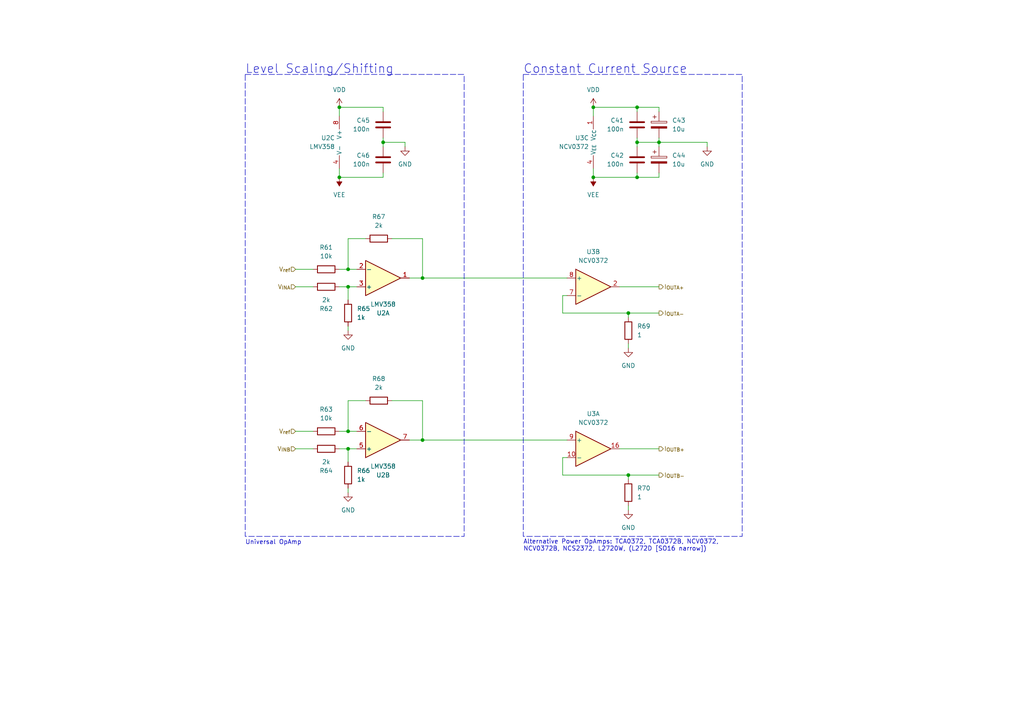
<source format=kicad_sch>
(kicad_sch (version 20230121) (generator eeschema)
  (paper "A4")
  (title_block (title "Voltage-to-Current (V-I) Converter") (date "2023-06-29") (rev "1") (company "ETH Zürich") (comment 1 "Maximilian Stabel"))
  (lib_symbols
    (symbol "32-channel_current_source:TCA0372" (pin_names (offset 0.127))
      (property "Reference" "U" (at 0 5.08 0))
      (property "Value" "TCA0372" (at 0 -5.08 0))
      (symbol "TCA0372_1_1"
        (polyline (pts (xy -5.08 5.08) (xy 5.08 0) (xy -5.08 -5.08) (xy -5.08 5.08)) (stroke (width 0.254)) (fill (type background)))
        (pin input line (at -7.62 -2.54 0) (length 2.54) (name "-") (number "10"))
        (pin output line (at 7.62 0 180) (length 2.54) (name "~") (number "16"))
        (pin input line (at -7.62 2.54 0) (length 2.54) (name "+") (number "9"))
      )
      (symbol "TCA0372_2_1"
        (polyline (pts (xy -5.08 5.08) (xy 5.08 0) (xy -5.08 -5.08) (xy -5.08 5.08)) (stroke (width 0.254)) (fill (type background)))
        (pin output line (at 7.62 0 180) (length 2.54) (name "~") (number "2"))
        (pin input line (at -7.62 -2.54 0) (length 2.54) (name "-") (number "7"))
        (pin input line (at -7.62 2.54 0) (length 2.54) (name "+") (number "8"))
      )
      (symbol "TCA0372_3_1"
        (pin power_in line (at -2.54 7.62 270) (length 3.81) (name "V_{CC}") (number "1"))
        (pin no_connect line (at -5.08 -7.62 90) (length 2.54) hide (name "NC") (number "11"))
        (pin no_connect line (at 0 -7.62 90) (length 2.54) hide (name "NC") (number "14"))
        (pin no_connect line (at -7.62 -7.62 90) (length 2.54) hide (name "NC") (number "15"))
        (pin no_connect line (at -10.16 -7.62 90) (length 2.54) hide (name "NC") (number "3"))
        (pin power_in line (at -2.54 -7.62 90) (length 3.81) (name "V_{EE}") (number "4"))
        (pin no_connect line (at 2.54 -7.62 90) (length 2.54) hide (name "NC") (number "6"))
      )
    )
    (symbol "Amplifier_Operational:LMV358" (pin_names (offset 0.127))
      (property "Reference" "U" (at 0 5.08 0))
      (property "Value" "LMV358" (at 0 -5.08 0))
      (symbol "LMV358_1_1"
        (polyline (pts (xy -5.08 5.08) (xy 5.08 0) (xy -5.08 -5.08) (xy -5.08 5.08)) (stroke (width 0.254)) (fill (type background)))
        (pin output line (at 7.62 0 180) (length 2.54) (name "~") (number "1"))
        (pin input line (at -7.62 -2.54 0) (length 2.54) (name "-") (number "2"))
        (pin input line (at -7.62 2.54 0) (length 2.54) (name "+") (number "3"))
      )
      (symbol "LMV358_2_1"
        (polyline (pts (xy -5.08 5.08) (xy 5.08 0) (xy -5.08 -5.08) (xy -5.08 5.08)) (stroke (width 0.254)) (fill (type background)))
        (pin input line (at -7.62 2.54 0) (length 2.54) (name "+") (number "5"))
        (pin input line (at -7.62 -2.54 0) (length 2.54) (name "-") (number "6"))
        (pin output line (at 7.62 0 180) (length 2.54) (name "~") (number "7"))
      )
      (symbol "LMV358_3_1"
        (pin power_in line (at -2.54 -7.62 90) (length 3.81) (name "V-") (number "4"))
        (pin power_in line (at -2.54 7.62 270) (length 3.81) (name "V+") (number "8"))
      )
    )
    (symbol "Device:C" (pin_numbers hide) (pin_names (offset 0.254))
      (property "Reference" "C" (at 0.635 2.54 0))
      (property "Value" "C" (at 0.635 -2.54 0))
      (symbol "C_0_1"
        (polyline (pts (xy -2.032 -0.762) (xy 2.032 -0.762)) (stroke (width 0.508)))
        (polyline (pts (xy -2.032 0.762) (xy 2.032 0.762)) (stroke (width 0.508)))
      )
      (symbol "C_1_1"
        (pin passive line (at 0 3.81 270) (length 2.794) (name "~") (number "1"))
        (pin passive line (at 0 -3.81 90) (length 2.794) (name "~") (number "2"))
      )
    )
    (symbol "Device:C_Polarized" (pin_numbers hide) (pin_names (offset 0.254))
      (property "Reference" "C" (at 0.635 2.54 0))
      (property "Value" "C_Polarized" (at 0.635 -2.54 0))
      (symbol "C_Polarized_0_1"
        (rectangle (start -2.286 0.508) (end 2.286 1.016))
        (polyline (pts (xy -1.778 2.286) (xy -0.762 2.286)))
        (polyline (pts (xy -1.27 2.794) (xy -1.27 1.778)))
        (rectangle (start 2.286 -0.508) (end -2.286 -1.016) (fill (type outline)))
      )
      (symbol "C_Polarized_1_1"
        (pin passive line (at 0 3.81 270) (length 2.794) (name "~") (number "1"))
        (pin passive line (at 0 -3.81 90) (length 2.794) (name "~") (number "2"))
      )
    )
    (symbol "Device:R" (pin_numbers hide) (pin_names (offset 0))
      (property "Reference" "R" (at 2.032 0 90))
      (property "Value" "R" (at 0 0 90))
      (symbol "R_0_1"
        (rectangle (start -1.016 -2.54) (end 1.016 2.54) (stroke (width 0.254)))
      )
      (symbol "R_1_1"
        (pin passive line (at 0 3.81 270) (length 1.27) (name "~") (number "1"))
        (pin passive line (at 0 -3.81 90) (length 1.27) (name "~") (number "2"))
      )
    )
    (symbol "power:GND" (power) (pin_names (offset 0))
      (property "Value" "GND" (at 0 -3.81 0))
      (symbol "GND_0_1"
        (polyline (pts (xy 0 0) (xy 0 -1.27) (xy 1.27 -1.27) (xy 0 -2.54) (xy -1.27 -1.27) (xy 0 -1.27)))
      )
      (symbol "GND_1_1"
        (pin power_in line (at 0 0 270) (length 0) hide (name "GND") (number "1"))
      )
    )
    (symbol "power:VDD" (power) (pin_names (offset 0))
      (property "Value" "VDD" (at 0 3.81 0))
      (symbol "VDD_0_1"
        (polyline (pts (xy -0.762 1.27) (xy 0 2.54)))
        (polyline (pts (xy 0 0) (xy 0 2.54)))
        (polyline (pts (xy 0 2.54) (xy 0.762 1.27)))
      )
      (symbol "VDD_1_1"
        (pin power_in line (at 0 0 90) (length 0) hide (name "VDD") (number "1"))
      )
    )
    (symbol "power:VEE" (power) (pin_names (offset 0))
      (property "Value" "VEE" (at 0 3.81 0))
      (symbol "VEE_0_1"
        (polyline (pts (xy 0 0) (xy 0 2.54)))
        (polyline (pts (xy 0.762 1.27) (xy -0.762 1.27) (xy 0 2.54) (xy 0.762 1.27)) (fill (type outline)))
      )
      (symbol "VEE_1_1"
        (pin power_in line (at 0 0 90) (length 0) hide (name "VEE") (number "1"))
      )
    )
  )
  (junction (at 184.785 41.275))
  (junction (at 98.425 31.115))
  (junction (at 100.965 125.095))
  (junction (at 100.965 83.185))
  (junction (at 122.555 80.645))
  (junction (at 182.245 137.795))
  (junction (at 184.785 31.115))
  (junction (at 111.125 41.275))
  (junction (at 182.245 90.805))
  (junction (at 184.785 51.435))
  (junction (at 172.085 51.435))
  (junction (at 98.425 51.435))
  (junction (at 122.555 127.635))
  (junction (at 100.965 130.175))
  (junction (at 100.965 78.105))
  (junction (at 191.135 41.275))
  (junction (at 172.085 31.115))
  (wire (pts (xy 100.965 116.205) (xy 106.045 116.205)))
  (wire (pts (xy 164.465 85.725) (xy 163.195 85.725)))
  (wire (pts (xy 184.785 31.115) (xy 184.785 32.385)))
  (wire (pts (xy 100.965 130.175) (xy 100.965 133.985)))
  (wire (pts (xy 182.245 137.795) (xy 191.135 137.795)))
  (wire (pts (xy 191.135 41.275) (xy 205.105 41.275)))
  (wire (pts (xy 179.705 83.185) (xy 191.135 83.185)))
  (wire (pts (xy 111.125 31.115) (xy 111.125 32.385)))
  (wire (pts (xy 184.785 50.165) (xy 184.785 51.435)))
  (wire (pts (xy 179.705 130.175) (xy 191.135 130.175)))
  (wire (pts (xy 191.135 31.115) (xy 191.135 32.385)))
  (wire (pts (xy 98.425 31.115) (xy 111.125 31.115)))
  (wire (pts (xy 191.135 40.005) (xy 191.135 41.275)))
  (wire (pts (xy 85.725 130.175) (xy 90.805 130.175)))
  (wire (pts (xy 172.085 31.115) (xy 172.085 33.655)))
  (wire (pts (xy 184.785 41.275) (xy 191.135 41.275)))
  (wire (pts (xy 98.425 83.185) (xy 100.965 83.185)))
  (wire (pts (xy 100.965 78.105) (xy 103.505 78.105)))
  (wire (pts (xy 100.965 69.215) (xy 100.965 78.105)))
  (wire (pts (xy 111.125 41.275) (xy 111.125 42.545)))
  (wire (pts (xy 122.555 116.205) (xy 122.555 127.635)))
  (wire (pts (xy 100.965 83.185) (xy 103.505 83.185)))
  (wire (pts (xy 100.965 130.175) (xy 103.505 130.175)))
  (wire (pts (xy 163.195 137.795) (xy 163.195 132.715)))
  (wire (pts (xy 85.725 78.105) (xy 90.805 78.105)))
  (wire (pts (xy 100.965 125.095) (xy 103.505 125.095)))
  (wire (pts (xy 182.245 90.805) (xy 191.135 90.805)))
  (wire (pts (xy 100.965 141.605) (xy 100.965 142.875)))
  (wire (pts (xy 184.785 51.435) (xy 172.085 51.435)))
  (wire (pts (xy 122.555 127.635) (xy 164.465 127.635)))
  (wire (pts (xy 182.245 99.695) (xy 182.245 100.965)))
  (wire (pts (xy 163.195 90.805) (xy 182.245 90.805)))
  (wire (pts (xy 182.245 137.795) (xy 182.245 139.065)))
  (wire (pts (xy 98.425 125.095) (xy 100.965 125.095)))
  (wire (pts (xy 184.785 51.435) (xy 191.135 51.435)))
  (wire (pts (xy 184.785 41.275) (xy 184.785 42.545)))
  (wire (pts (xy 111.125 51.435) (xy 98.425 51.435)))
  (wire (pts (xy 172.085 48.895) (xy 172.085 51.435)))
  (wire (pts (xy 122.555 127.635) (xy 118.745 127.635)))
  (wire (pts (xy 163.195 137.795) (xy 182.245 137.795)))
  (wire (pts (xy 191.135 41.275) (xy 191.135 42.545)))
  (wire (pts (xy 182.245 146.685) (xy 182.245 147.955)))
  (wire (pts (xy 122.555 80.645) (xy 164.465 80.645)))
  (wire (pts (xy 85.725 83.185) (xy 90.805 83.185)))
  (wire (pts (xy 98.425 51.435) (xy 98.425 48.895)))
  (wire (pts (xy 111.125 41.275) (xy 117.475 41.275)))
  (wire (pts (xy 85.725 125.095) (xy 90.805 125.095)))
  (wire (pts (xy 98.425 78.105) (xy 100.965 78.105)))
  (wire (pts (xy 98.425 130.175) (xy 100.965 130.175)))
  (wire (pts (xy 182.245 90.805) (xy 182.245 92.075)))
  (wire (pts (xy 100.965 116.205) (xy 100.965 125.095)))
  (wire (pts (xy 163.195 85.725) (xy 163.195 90.805)))
  (wire (pts (xy 106.045 69.215) (xy 100.965 69.215)))
  (wire (pts (xy 111.125 50.165) (xy 111.125 51.435)))
  (wire (pts (xy 163.195 132.715) (xy 164.465 132.715)))
  (wire (pts (xy 184.785 31.115) (xy 191.135 31.115)))
  (wire (pts (xy 122.555 80.645) (xy 118.745 80.645)))
  (wire (pts (xy 117.475 41.275) (xy 117.475 42.545)))
  (wire (pts (xy 100.965 83.185) (xy 100.965 86.995)))
  (wire (pts (xy 172.085 31.115) (xy 184.785 31.115)))
  (wire (pts (xy 98.425 31.115) (xy 98.425 33.655)))
  (wire (pts (xy 100.965 94.615) (xy 100.965 95.885)))
  (wire (pts (xy 184.785 40.005) (xy 184.785 41.275)))
  (wire (pts (xy 205.105 42.545) (xy 205.105 41.275)))
  (wire (pts (xy 113.665 116.205) (xy 122.555 116.205)))
  (wire (pts (xy 122.555 69.215) (xy 122.555 80.645)))
  (wire (pts (xy 111.125 40.005) (xy 111.125 41.275)))
  (wire (pts (xy 191.135 50.165) (xy 191.135 51.435)))
  (wire (pts (xy 113.665 69.215) (xy 122.555 69.215)))
  (rectangle (start 151.765 21.59) (end 215.265 155.575) (stroke (width 0) (type dash)))
  (rectangle (start 71.12 21.59) (end 134.62 155.575) (stroke (width 0) (type dash)))
  (text "Alternative Power OpAmps: TCA0372, TCA0372B, NCV0372,\nNCV0372B, NCS2372, L2720W, (L272D [SO16 narrow])" (at 151.765 160.02 0) (effects (font (size 1.27 1.27)) (justify left bottom)))
  (text "Constant Current Source" (at 151.765 21.59 0) (effects (font (size 2.54 2.54)) (justify left bottom)))
  (text "Universal OpAmp" (at 71.12 158.115 0) (effects (font (size 1.27 1.27)) (justify left bottom)))
  (text "Level Scaling/Shifting" (at 71.12 21.59 0) (effects (font (size 2.54 2.54)) (justify left bottom)))
  (hierarchical_label "V_{INB}" (shape input) (at 85.725 130.175 180))
  (hierarchical_label "I_{OUTA+}" (shape output) (at 191.135 83.185 0))
  (hierarchical_label "V_{ref}" (shape input) (at 85.725 125.095 180))
  (hierarchical_label "V_{ref}" (shape input) (at 85.725 78.105 180))
  (hierarchical_label "I_{OUTB+}" (shape output) (at 191.135 130.175 0))
  (hierarchical_label "I_{OUTB-}" (shape output) (at 191.135 137.795 0))
  (hierarchical_label "V_{INA}" (shape input) (at 85.725 83.185 180))
  (hierarchical_label "I_{OUTA-}" (shape output) (at 191.135 90.805 0))
  (symbol (lib_id "power:GND") (at 205.105 42.545 0) (unit 1)
    (property "Reference" "#PWR097" (effects hide))
    (property "Value" "GND" (at 205.105 47.625 0))
    (instances (project "32-channel_current_source" (path "" (reference "#PWR097") (unit 1)) (path "" (reference "#PWR0179") (unit 1)) (path "" (reference "#PWR0209") (unit 1)) (path "" (reference "#PWR0199") (unit 1)) (path "" (reference "#PWR0189") (unit 1)) (path "" (reference "#PWR0128") (unit 1)) (path "" (reference "#PWR0158") (unit 1)) (path "" (reference "#PWR0148") (unit 1)) (path "" (reference "#PWR02") (unit 1)) (path "" (reference "#PWR0138") (unit 1)) (path "" (reference "#PWR026") (unit 1)) (path "" (reference "#PWR056") (unit 1)) (path "" (reference "#PWR046") (unit 1)) (path "" (reference "#PWR036") (unit 1)) (path "" (reference "#PWR087") (unit 1)) (path "" (reference "#PWR077") (unit 1)) (path "" (reference "#PWR0107") (unit 1))))
  )
  (symbol (lib_id "Amplifier_Operational:LMV358") (at 95.885 41.275 0) (mirror y) (unit 3)
    (property "Reference" "U2" (at 97.155 40.005 0) (effects (justify left)))
    (property "Value" "LMV358" (at 97.155 42.545 0) (effects (justify left)))
    (property "Footprint" "Package_SO:SOIC-8_3.9x4.9mm_P1.27mm" (effects hide))
    (property "Datasheet" "http://www.ti.com/lit/ds/symlink/lmv324.pdf" (effects hide))
    (property "MPN" "LMV358IDR" (effects hide))
    (property "Mouser" "595-LMV358IDR" (effects hide))
    (instances (project "32-channel_current_source" (path "" (reference "U2") (unit 3)) (path "" (reference "U4") (unit 3)) (path "" (reference "U8") (unit 3)) (path "" (reference "U6") (unit 3)) (path "" (reference "U11") (unit 3)) (path "" (reference "U13") (unit 3)) (path "" (reference "U15") (unit 3)) (path "" (reference "U17") (unit 3)) (path "" (reference "U20") (unit 3)) (path "" (reference "U22") (unit 3)) (path "" (reference "U24") (unit 3)) (path "" (reference "U26") (unit 3)) (path "" (reference "U29") (unit 3)) (path "" (reference "U31") (unit 3)) (path "" (reference "U33") (unit 3)) (path "" (reference "U35") (unit 3))))
  )
  (symbol (lib_id "Device:R") (at 94.615 125.095 90) (unit 1)
    (property "Reference" "R63" (at 94.615 118.745 90))
    (property "Value" "10k" (at 94.615 121.285 90))
    (property "Footprint" "Resistor_SMD:R_0805_2012Metric_Pad1.20x1.40mm_HandSolder" (effects hide))
    (property "Datasheet" "https://www.mouser.ch/datasheet/2/447/PYu_RT_1_to_0_01_RoHS_L_12-3003070.pdf" (effects hide))
    (property "MPN" "RT0805FRE1310KL" (effects hide))
    (property "Mouser" "603-RT0805FRE1310KL" (effects hide))
    (instances (project "32-channel_current_source" (path "" (reference "R63") (unit 1)) (path "" (reference "R123") (unit 1)) (path "" (reference "R153") (unit 1)) (path "" (reference "R143") (unit 1)) (path "" (reference "R133") (unit 1)) (path "" (reference "R83") (unit 1)) (path "" (reference "R113") (unit 1)) (path "" (reference "R103") (unit 1)) (path "" (reference "R1") (unit 1)) (path "" (reference "R93") (unit 1)) (path "" (reference "R3") (unit 1)) (path "" (reference "R33") (unit 1)) (path "" (reference "R23") (unit 1)) (path "" (reference "R13") (unit 1)) (path "" (reference "R53") (unit 1)) (path "" (reference "R43") (unit 1)) (path "" (reference "R73") (unit 1))))
  )
  (symbol (lib_id "power:GND") (at 182.245 100.965 0) (unit 1)
    (property "Reference" "#PWR095" (effects hide))
    (property "Value" "GND" (at 182.245 106.045 0))
    (instances (project "32-channel_current_source" (path "" (reference "#PWR095") (unit 1)) (path "" (reference "#PWR0177") (unit 1)) (path "" (reference "#PWR0207") (unit 1)) (path "" (reference "#PWR0197") (unit 1)) (path "" (reference "#PWR0187") (unit 1)) (path "" (reference "#PWR0126") (unit 1)) (path "" (reference "#PWR0156") (unit 1)) (path "" (reference "#PWR0146") (unit 1)) (path "" (reference "#PWR02") (unit 1)) (path "" (reference "#PWR0136") (unit 1)) (path "" (reference "#PWR024") (unit 1)) (path "" (reference "#PWR054") (unit 1)) (path "" (reference "#PWR044") (unit 1)) (path "" (reference "#PWR034") (unit 1)) (path "" (reference "#PWR085") (unit 1)) (path "" (reference "#PWR075") (unit 1)) (path "" (reference "#PWR0105") (unit 1))))
  )
  (symbol (lib_id "power:GND") (at 117.475 42.545 0) (unit 1)
    (property "Reference" "#PWR092" (effects hide))
    (property "Value" "GND" (at 117.475 47.625 0))
    (instances (project "32-channel_current_source" (path "" (reference "#PWR092") (unit 1)) (path "" (reference "#PWR0174") (unit 1)) (path "" (reference "#PWR0204") (unit 1)) (path "" (reference "#PWR0194") (unit 1)) (path "" (reference "#PWR0184") (unit 1)) (path "" (reference "#PWR0123") (unit 1)) (path "" (reference "#PWR0153") (unit 1)) (path "" (reference "#PWR0143") (unit 1)) (path "" (reference "#PWR02") (unit 1)) (path "" (reference "#PWR0133") (unit 1)) (path "" (reference "#PWR021") (unit 1)) (path "" (reference "#PWR051") (unit 1)) (path "" (reference "#PWR041") (unit 1)) (path "" (reference "#PWR031") (unit 1)) (path "" (reference "#PWR082") (unit 1)) (path "" (reference "#PWR072") (unit 1)) (path "" (reference "#PWR0102") (unit 1))))
  )
  (symbol (lib_id "32-channel_current_source:TCA0372") (at 172.085 83.185 0) (unit 2)
    (property "Reference" "U3" (at 172.085 73.025 0))
    (property "Value" "NCV0372" (at 172.085 75.565 0))
    (property "Footprint" "32-channel_current_source:SOIC-16W_7.5x10.3mm_P1.27mm_ThermalVias" (effects hide))
    (property "Datasheet" "https://www.onsemi.com/pdf/datasheet/tca0372-d.pdf" (effects hide))
    (property "MPN" "NCV0372BDWR2G" (effects hide))
    (property "Mouser" "863-NCV0372BDWR2G" (effects hide))
    (instances (project "32-channel_current_source" (path "" (reference "U3") (unit 2)) (path "" (reference "U5") (unit 2)) (path "" (reference "U9") (unit 2)) (path "" (reference "U7") (unit 2)) (path "" (reference "U12") (unit 2)) (path "" (reference "U14") (unit 2)) (path "" (reference "U16") (unit 2)) (path "" (reference "U18") (unit 2)) (path "" (reference "U21") (unit 2)) (path "" (reference "U23") (unit 2)) (path "" (reference "U25") (unit 2)) (path "" (reference "U27") (unit 2)) (path "" (reference "U30") (unit 2)) (path "" (reference "U32") (unit 2)) (path "" (reference "U34") (unit 2)) (path "" (reference "U36") (unit 2))))
  )
  (symbol (lib_id "Device:R") (at 109.855 69.215 90) (unit 1)
    (property "Reference" "R67" (at 109.855 62.865 90))
    (property "Value" "2k" (at 109.855 65.405 90))
    (property "Footprint" "Resistor_SMD:R_0805_2012Metric_Pad1.20x1.40mm_HandSolder" (effects hide))
    (property "Datasheet" "https://www.mouser.ch/datasheet/2/447/PYu_RT_1_to_0_01_RoHS_L_12-3003070.pdf" (effects hide))
    (property "MPN" "RT0805FRE072KL" (effects hide))
    (property "Mouser" "603-RT0805FRE072KL" (effects hide))
    (instances (project "32-channel_current_source" (path "" (reference "R67") (unit 1)) (path "" (reference "R127") (unit 1)) (path "" (reference "R157") (unit 1)) (path "" (reference "R147") (unit 1)) (path "" (reference "R137") (unit 1)) (path "" (reference "R87") (unit 1)) (path "" (reference "R117") (unit 1)) (path "" (reference "R107") (unit 1)) (path "" (reference "R1") (unit 1)) (path "" (reference "R97") (unit 1)) (path "" (reference "R7") (unit 1)) (path "" (reference "R37") (unit 1)) (path "" (reference "R27") (unit 1)) (path "" (reference "R17") (unit 1)) (path "" (reference "R57") (unit 1)) (path "" (reference "R47") (unit 1)) (path "" (reference "R77") (unit 1))))
  )
  (symbol (lib_id "Device:R") (at 182.245 142.875 0) (unit 1)
    (property "Reference" "R70" (at 184.785 141.605 0) (effects (justify left)))
    (property "Value" "1" (at 184.785 144.145 0) (effects (justify left)))
    (property "Footprint" "Resistor_SMD:R_0805_2012Metric_Pad1.20x1.40mm_HandSolder" (effects hide))
    (property "Datasheet" "https://www.mouser.ch/datasheet/2/315/AOA0000C313-1141758.pdf" (effects hide))
    (property "MPN" "ERJ-6DQF1R0V " (effects hide))
    (property "Mouser" "667-ERJ-6DQF1R0V " (effects hide))
    (property "Notes" "current sense, precision" (effects hide))
    (instances (project "32-channel_current_source" (path "" (reference "R70") (unit 1)) (path "" (reference "R130") (unit 1)) (path "" (reference "R160") (unit 1)) (path "" (reference "R150") (unit 1)) (path "" (reference "R140") (unit 1)) (path "" (reference "R90") (unit 1)) (path "" (reference "R120") (unit 1)) (path "" (reference "R110") (unit 1)) (path "" (reference "R10") (unit 1)) (path "" (reference "R100") (unit 1)) (path "" (reference "R10") (unit 1)) (path "" (reference "R40") (unit 1)) (path "" (reference "R30") (unit 1)) (path "" (reference "R20") (unit 1)) (path "" (reference "R60") (unit 1)) (path "" (reference "R50") (unit 1)) (path "" (reference "R80") (unit 1))))
  )
  (symbol (lib_id "32-channel_current_source:TCA0372") (at 169.545 41.275 0) (mirror y) (unit 3)
    (property "Reference" "U3" (at 170.815 40.005 0) (effects (justify left)))
    (property "Value" "NCV0372" (at 170.815 42.545 0) (effects (justify left)))
    (property "Footprint" "32-channel_current_source:SOIC-16W_7.5x10.3mm_P1.27mm_ThermalVias" (effects hide))
    (property "Datasheet" "https://www.onsemi.com/pdf/datasheet/tca0372-d.pdf" (effects hide))
    (property "MPN" "NCV0372BDWR2G" (effects hide))
    (property "Mouser" "863-NCV0372BDWR2G" (effects hide))
    (instances (project "32-channel_current_source" (path "" (reference "U3") (unit 3)) (path "" (reference "U5") (unit 3)) (path "" (reference "U9") (unit 3)) (path "" (reference "U7") (unit 3)) (path "" (reference "U12") (unit 3)) (path "" (reference "U14") (unit 3)) (path "" (reference "U16") (unit 3)) (path "" (reference "U18") (unit 3)) (path "" (reference "U21") (unit 3)) (path "" (reference "U23") (unit 3)) (path "" (reference "U25") (unit 3)) (path "" (reference "U27") (unit 3)) (path "" (reference "U30") (unit 3)) (path "" (reference "U32") (unit 3)) (path "" (reference "U34") (unit 3)) (path "" (reference "U36") (unit 3))))
  )
  (symbol (lib_id "Device:C") (at 111.125 46.355 0) (mirror y) (unit 1)
    (property "Reference" "C46" (at 107.315 45.085 0) (effects (justify left)))
    (property "Value" "100n" (at 107.315 47.625 0) (effects (justify left)))
    (property "Footprint" "Capacitor_SMD:C_0805_2012Metric_Pad1.18x1.45mm_HandSolder" (effects hide))
    (property "Datasheet" "https://www.mouser.ch/datasheet/2/40/cx5r-2835979.pdf" (effects hide))
    (property "MPN" "0805ZD104KAT2A" (effects hide))
    (property "Mouser" "581-0805ZD104KAT2A" (effects hide))
    (property "Notes" "ceramic, low ESR, low ESI" (effects hide))
    (instances (project "32-channel_current_source" (path "" (reference "C46") (unit 1)) (path "" (reference "C108") (unit 1)) (path "" (reference "C102") (unit 1)) (path "" (reference "C96") (unit 1)) (path "" (reference "C90") (unit 1)) (path "" (reference "C80") (unit 1)) (path "" (reference "C74") (unit 1)) (path "" (reference "C68") (unit 1)) (path "" (reference "C62") (unit 1)) (path "" (reference "C52") (unit 1)) (path "" (reference "C17") (unit 1)) (path "" (reference "C40") (unit 1)) (path "" (reference "C34") (unit 1)) (path "" (reference "C18") (unit 1)) (path "" (reference "C24") (unit 1)) (path "" (reference "C12") (unit 1)) (path "" (reference "C6") (unit 1)) (path "" (reference "C56") (unit 1)) (path "" (reference "C38") (unit 1)) (path "" (reference "C2") (unit 1)) (path "" (reference "C20") (unit 1))))
  )
  (symbol (lib_id "Device:R") (at 100.965 137.795 0) (unit 1)
    (property "Reference" "R66" (at 103.505 136.525 0) (effects (justify left)))
    (property "Value" "1k" (at 103.505 139.065 0) (effects (justify left)))
    (property "Footprint" "Resistor_SMD:R_0805_2012Metric_Pad1.20x1.40mm_HandSolder" (effects hide))
    (property "Datasheet" "https://www.mouser.ch/datasheet/2/447/PYu_RT_1_to_0_01_RoHS_L_12-3003070.pdf" (effects hide))
    (property "MPN" "RT0805FRE071KL" (effects hide))
    (property "Mouser" "603-RT0805FRE071KL" (effects hide))
    (instances (project "32-channel_current_source" (path "" (reference "R66") (unit 1)) (path "" (reference "R126") (unit 1)) (path "" (reference "R156") (unit 1)) (path "" (reference "R146") (unit 1)) (path "" (reference "R136") (unit 1)) (path "" (reference "R86") (unit 1)) (path "" (reference "R116") (unit 1)) (path "" (reference "R106") (unit 1)) (path "" (reference "R6") (unit 1)) (path "" (reference "R96") (unit 1)) (path "" (reference "R6") (unit 1)) (path "" (reference "R36") (unit 1)) (path "" (reference "R26") (unit 1)) (path "" (reference "R16") (unit 1)) (path "" (reference "R56") (unit 1)) (path "" (reference "R46") (unit 1)) (path "" (reference "R76") (unit 1))))
  )
  (symbol (lib_id "Amplifier_Operational:LMV358") (at 111.125 80.645 0) (mirror x) (unit 1)
    (property "Reference" "U2" (at 111.125 90.805 0))
    (property "Value" "LMV358" (at 111.125 88.265 0))
    (property "Footprint" "Package_SO:SOIC-8_3.9x4.9mm_P1.27mm" (effects hide))
    (property "Datasheet" "http://www.ti.com/lit/ds/symlink/lmv324.pdf" (effects hide))
    (property "MPN" "LMV358IDR" (effects hide))
    (property "Mouser" "595-LMV358IDR" (effects hide))
    (instances (project "32-channel_current_source" (path "" (reference "U2") (unit 1)) (path "" (reference "U4") (unit 1)) (path "" (reference "U8") (unit 1)) (path "" (reference "U6") (unit 1)) (path "" (reference "U11") (unit 1)) (path "" (reference "U13") (unit 1)) (path "" (reference "U15") (unit 1)) (path "" (reference "U17") (unit 1)) (path "" (reference "U20") (unit 1)) (path "" (reference "U22") (unit 1)) (path "" (reference "U24") (unit 1)) (path "" (reference "U26") (unit 1)) (path "" (reference "U29") (unit 1)) (path "" (reference "U31") (unit 1)) (path "" (reference "U33") (unit 1)) (path "" (reference "U35") (unit 1))))
  )
  (symbol (lib_id "Device:R") (at 100.965 90.805 0) (unit 1)
    (property "Reference" "R65" (at 103.505 89.535 0) (effects (justify left)))
    (property "Value" "1k" (at 103.505 92.075 0) (effects (justify left)))
    (property "Footprint" "Resistor_SMD:R_0805_2012Metric_Pad1.20x1.40mm_HandSolder" (effects hide))
    (property "Datasheet" "https://www.mouser.ch/datasheet/2/447/PYu_RT_1_to_0_01_RoHS_L_12-3003070.pdf" (effects hide))
    (property "MPN" "RT0805FRE071KL" (effects hide))
    (property "Mouser" "603-RT0805FRE071KL" (effects hide))
    (instances (project "32-channel_current_source" (path "" (reference "R65") (unit 1)) (path "" (reference "R125") (unit 1)) (path "" (reference "R155") (unit 1)) (path "" (reference "R145") (unit 1)) (path "" (reference "R135") (unit 1)) (path "" (reference "R85") (unit 1)) (path "" (reference "R115") (unit 1)) (path "" (reference "R105") (unit 1)) (path "" (reference "R6") (unit 1)) (path "" (reference "R95") (unit 1)) (path "" (reference "R5") (unit 1)) (path "" (reference "R35") (unit 1)) (path "" (reference "R25") (unit 1)) (path "" (reference "R15") (unit 1)) (path "" (reference "R55") (unit 1)) (path "" (reference "R45") (unit 1)) (path "" (reference "R75") (unit 1))))
  )
  (symbol (lib_id "power:GND") (at 100.965 142.875 0) (unit 1)
    (property "Reference" "#PWR091" (effects hide))
    (property "Value" "GND" (at 100.965 147.955 0))
    (instances (project "32-channel_current_source" (path "" (reference "#PWR091") (unit 1)) (path "" (reference "#PWR0173") (unit 1)) (path "" (reference "#PWR0203") (unit 1)) (path "" (reference "#PWR0193") (unit 1)) (path "" (reference "#PWR0183") (unit 1)) (path "" (reference "#PWR0122") (unit 1)) (path "" (reference "#PWR0152") (unit 1)) (path "" (reference "#PWR0142") (unit 1)) (path "" (reference "#PWR02") (unit 1)) (path "" (reference "#PWR0132") (unit 1)) (path "" (reference "#PWR020") (unit 1)) (path "" (reference "#PWR050") (unit 1)) (path "" (reference "#PWR040") (unit 1)) (path "" (reference "#PWR030") (unit 1)) (path "" (reference "#PWR081") (unit 1)) (path "" (reference "#PWR071") (unit 1)) (path "" (reference "#PWR0101") (unit 1))))
  )
  (symbol (lib_id "Device:C_Polarized") (at 191.135 46.355 0) (unit 1)
    (property "Reference" "C44" (at 194.945 45.085 0) (effects (justify left)))
    (property "Value" "10u" (at 194.945 47.625 0) (effects (justify left)))
    (property "Footprint" "Capacitor_Tantalum_SMD:CP_EIA-2012-15_AVX-P_Pad1.30x1.05mm_HandSolder" (effects hide))
    (property "Datasheet" "https://www.vishay.com/doc?40179" (effects hide))
    (property "MPN" "TMCP1A106KTRF" (effects hide))
    (property "Mouser" "74-TMCP1A106KTRF" (effects hide))
    (property "Notes" "Tantalum Bead" (effects hide))
    (instances (project "32-channel_current_source" (path "" (reference "C44") (unit 1)) (path "" (reference "C19") (unit 1)) (path "" (reference "C1") (unit 1)) (path "" (reference "C37") (unit 1)) (path "" (reference "C55") (unit 1)) (path "" (reference "C10") (unit 1)) (path "" (reference "C16") (unit 1)) (path "" (reference "C28") (unit 1)) (path "" (reference "C22") (unit 1)) (path "" (reference "C38") (unit 1)) (path "" (reference "C50") (unit 1)) (path "" (reference "C18") (unit 1)) (path "" (reference "C56") (unit 1)) (path "" (reference "C66") (unit 1)) (path "" (reference "C72") (unit 1)) (path "" (reference "C78") (unit 1)) (path "" (reference "C84") (unit 1)) (path "" (reference "C94") (unit 1)) (path "" (reference "C100") (unit 1)) (path "" (reference "C106") (unit 1)) (path "" (reference "C112") (unit 1))))
  )
  (symbol (lib_id "Device:R") (at 182.245 95.885 0) (unit 1)
    (property "Reference" "R69" (at 184.785 94.615 0) (effects (justify left)))
    (property "Value" "1" (at 184.785 97.155 0) (effects (justify left)))
    (property "Footprint" "Resistor_SMD:R_0805_2012Metric_Pad1.20x1.40mm_HandSolder" (effects hide))
    (property "Datasheet" "https://www.mouser.ch/datasheet/2/315/AOA0000C313-1141758.pdf" (effects hide))
    (property "MPN" "ERJ-6DQF1R0V " (effects hide))
    (property "Mouser" "667-ERJ-6DQF1R0V " (effects hide))
    (property "Notes" "current sense, precision" (effects hide))
    (instances (project "32-channel_current_source" (path "" (reference "R69") (unit 1)) (path "" (reference "R129") (unit 1)) (path "" (reference "R159") (unit 1)) (path "" (reference "R149") (unit 1)) (path "" (reference "R139") (unit 1)) (path "" (reference "R89") (unit 1)) (path "" (reference "R119") (unit 1)) (path "" (reference "R109") (unit 1)) (path "" (reference "R5") (unit 1)) (path "" (reference "R99") (unit 1)) (path "" (reference "R9") (unit 1)) (path "" (reference "R39") (unit 1)) (path "" (reference "R29") (unit 1)) (path "" (reference "R19") (unit 1)) (path "" (reference "R59") (unit 1)) (path "" (reference "R49") (unit 1)) (path "" (reference "R79") (unit 1))))
  )
  (symbol (lib_id "Device:C") (at 184.785 46.355 0) (mirror y) (unit 1)
    (property "Reference" "C42" (at 180.975 45.085 0) (effects (justify left)))
    (property "Value" "100n" (at 180.975 47.625 0) (effects (justify left)))
    (property "Footprint" "Capacitor_SMD:C_0805_2012Metric_Pad1.18x1.45mm_HandSolder" (effects hide))
    (property "Datasheet" "https://www.mouser.ch/datasheet/2/40/cx5r-2835979.pdf" (effects hide))
    (property "MPN" "0805ZD104KAT2A" (effects hide))
    (property "Mouser" "581-0805ZD104KAT2A" (effects hide))
    (property "Notes" "ceramic, low ESR, low ESI" (effects hide))
    (instances (project "32-channel_current_source" (path "" (reference "C42") (unit 1)) (path "" (reference "C20") (unit 1)) (path "" (reference "C2") (unit 1)) (path "" (reference "C38") (unit 1)) (path "" (reference "C56") (unit 1)) (path "" (reference "C8") (unit 1)) (path "" (reference "C14") (unit 1)) (path "" (reference "C26") (unit 1)) (path "" (reference "C20") (unit 1)) (path "" (reference "C36") (unit 1)) (path "" (reference "C48") (unit 1)) (path "" (reference "C17") (unit 1)) (path "" (reference "C54") (unit 1)) (path "" (reference "C64") (unit 1)) (path "" (reference "C70") (unit 1)) (path "" (reference "C76") (unit 1)) (path "" (reference "C82") (unit 1)) (path "" (reference "C92") (unit 1)) (path "" (reference "C98") (unit 1)) (path "" (reference "C104") (unit 1)) (path "" (reference "C110") (unit 1))))
  )
  (symbol (lib_id "power:VEE") (at 172.085 51.435 180) (unit 1)
    (property "Reference" "#PWR0104" (effects hide))
    (property "Value" "VEE" (at 172.085 56.515 0))
    (instances (project "32-channel_current_source" (path "" (reference "#PWR0104") (unit 1)) (path "" (reference "#PWR0206") (unit 1)) (path "" (reference "#PWR0196") (unit 1)) (path "" (reference "#PWR0186") (unit 1)) (path "" (reference "#PWR0176") (unit 1)) (path "" (reference "#PWR0155") (unit 1)) (path "" (reference "#PWR0145") (unit 1)) (path "" (reference "#PWR0135") (unit 1)) (path "" (reference "#PWR0125") (unit 1)) (path "" (reference "#PWR0177") (unit 1)) (path "" (reference "#PWR094") (unit 1)) (path "" (reference "#PWR084") (unit 1)) (path "" (reference "#PWR074") (unit 1)) (path "" (reference "#PWR043") (unit 1)) (path "" (reference "#PWR053") (unit 1)) (path "" (reference "#PWR033") (unit 1)) (path "" (reference "#PWR023") (unit 1))))
  )
  (symbol (lib_id "power:VEE") (at 98.425 51.435 180) (unit 1)
    (property "Reference" "#PWR099" (effects hide))
    (property "Value" "VEE" (at 98.425 56.515 0))
    (instances (project "32-channel_current_source" (path "" (reference "#PWR099") (unit 1)) (path "" (reference "#PWR0201") (unit 1)) (path "" (reference "#PWR0191") (unit 1)) (path "" (reference "#PWR0181") (unit 1)) (path "" (reference "#PWR0171") (unit 1)) (path "" (reference "#PWR0150") (unit 1)) (path "" (reference "#PWR0140") (unit 1)) (path "" (reference "#PWR0130") (unit 1)) (path "" (reference "#PWR0120") (unit 1)) (path "" (reference "#PWR0177") (unit 1)) (path "" (reference "#PWR089") (unit 1)) (path "" (reference "#PWR079") (unit 1)) (path "" (reference "#PWR069") (unit 1)) (path "" (reference "#PWR038") (unit 1)) (path "" (reference "#PWR048") (unit 1)) (path "" (reference "#PWR028") (unit 1)) (path "" (reference "#PWR018") (unit 1))))
  )
  (symbol (lib_id "Device:R") (at 94.615 78.105 90) (unit 1)
    (property "Reference" "R61" (at 94.615 71.755 90))
    (property "Value" "10k" (at 94.615 74.295 90))
    (property "Footprint" "Resistor_SMD:R_0805_2012Metric_Pad1.20x1.40mm_HandSolder" (effects hide))
    (property "Datasheet" "https://www.mouser.ch/datasheet/2/447/PYu_RT_1_to_0_01_RoHS_L_12-3003070.pdf" (effects hide))
    (property "MPN" "RT0805FRE1310KL" (effects hide))
    (property "Mouser" "603-RT0805FRE1310KL" (effects hide))
    (instances (project "32-channel_current_source" (path "" (reference "R61") (unit 1)) (path "" (reference "R121") (unit 1)) (path "" (reference "R151") (unit 1)) (path "" (reference "R141") (unit 1)) (path "" (reference "R131") (unit 1)) (path "" (reference "R81") (unit 1)) (path "" (reference "R111") (unit 1)) (path "" (reference "R101") (unit 1)) (path "" (reference "R1") (unit 1)) (path "" (reference "R91") (unit 1)) (path "" (reference "R1") (unit 1)) (path "" (reference "R31") (unit 1)) (path "" (reference "R21") (unit 1)) (path "" (reference "R11") (unit 1)) (path "" (reference "R51") (unit 1)) (path "" (reference "R41") (unit 1)) (path "" (reference "R71") (unit 1))))
  )
  (symbol (lib_id "Device:R") (at 109.855 116.205 90) (unit 1)
    (property "Reference" "R68" (at 109.855 109.855 90))
    (property "Value" "2k" (at 109.855 112.395 90))
    (property "Footprint" "Resistor_SMD:R_0805_2012Metric_Pad1.20x1.40mm_HandSolder" (effects hide))
    (property "Datasheet" "https://www.mouser.ch/datasheet/2/447/PYu_RT_1_to_0_01_RoHS_L_12-3003070.pdf" (effects hide))
    (property "MPN" "RT0805FRE072KL" (effects hide))
    (property "Mouser" "603-RT0805FRE072KL" (effects hide))
    (instances (project "32-channel_current_source" (path "" (reference "R68") (unit 1)) (path "" (reference "R128") (unit 1)) (path "" (reference "R158") (unit 1)) (path "" (reference "R148") (unit 1)) (path "" (reference "R138") (unit 1)) (path "" (reference "R88") (unit 1)) (path "" (reference "R118") (unit 1)) (path "" (reference "R108") (unit 1)) (path "" (reference "R1") (unit 1)) (path "" (reference "R98") (unit 1)) (path "" (reference "R8") (unit 1)) (path "" (reference "R38") (unit 1)) (path "" (reference "R28") (unit 1)) (path "" (reference "R18") (unit 1)) (path "" (reference "R58") (unit 1)) (path "" (reference "R48") (unit 1)) (path "" (reference "R78") (unit 1))))
  )
  (symbol (lib_id "Device:C") (at 184.785 36.195 0) (mirror y) (unit 1)
    (property "Reference" "C41" (at 180.975 34.925 0) (effects (justify left)))
    (property "Value" "100n" (at 180.975 37.465 0) (effects (justify left)))
    (property "Footprint" "Capacitor_SMD:C_0805_2012Metric_Pad1.18x1.45mm_HandSolder" (effects hide))
    (property "Datasheet" "https://www.mouser.ch/datasheet/2/40/cx5r-2835979.pdf" (effects hide))
    (property "MPN" "0805ZD104KAT2A" (effects hide))
    (property "Mouser" "581-0805ZD104KAT2A" (effects hide))
    (property "Notes" "ceramic, low ESR, low ESI" (effects hide))
    (instances (project "32-channel_current_source" (path "" (reference "C41") (unit 1)) (path "" (reference "C20") (unit 1)) (path "" (reference "C2") (unit 1)) (path "" (reference "C38") (unit 1)) (path "" (reference "C56") (unit 1)) (path "" (reference "C7") (unit 1)) (path "" (reference "C13") (unit 1)) (path "" (reference "C25") (unit 1)) (path "" (reference "C19") (unit 1)) (path "" (reference "C35") (unit 1)) (path "" (reference "C47") (unit 1)) (path "" (reference "C17") (unit 1)) (path "" (reference "C53") (unit 1)) (path "" (reference "C63") (unit 1)) (path "" (reference "C69") (unit 1)) (path "" (reference "C75") (unit 1)) (path "" (reference "C81") (unit 1)) (path "" (reference "C91") (unit 1)) (path "" (reference "C97") (unit 1)) (path "" (reference "C103") (unit 1)) (path "" (reference "C109") (unit 1))))
  )
  (symbol (lib_id "power:VDD") (at 98.425 31.115 0) (unit 1)
    (property "Reference" "#PWR030" (effects hide))
    (property "Value" "VDD" (at 98.425 26.035 0))
    (instances (project "32-channel_current_source" (path "" (reference "#PWR030") (unit 1)) (path "" (reference "#PWR0200") (unit 1)) (path "" (reference "#PWR0190") (unit 1)) (path "" (reference "#PWR0180") (unit 1)) (path "" (reference "#PWR0170") (unit 1)) (path "" (reference "#PWR0149") (unit 1)) (path "" (reference "#PWR0139") (unit 1)) (path "" (reference "#PWR0129") (unit 1)) (path "" (reference "#PWR0119") (unit 1)) (path "" (reference "#PWR098") (unit 1)) (path "" (reference "#PWR078") (unit 1)) (path "" (reference "#PWR088") (unit 1)) (path "" (reference "#PWR068") (unit 1)) (path "" (reference "#PWR037") (unit 1)) (path "" (reference "#PWR047") (unit 1)) (path "" (reference "#PWR027") (unit 1)) (path "" (reference "#PWR017") (unit 1)) (path "" (reference "#PWR0112") (unit 1)) (path "" (reference "#PWR077") (unit 1)) (path "" (reference "#PWR07") (unit 1)) (path "" (reference "#PWR042") (unit 1))))
  )
  (symbol (lib_id "power:VDD") (at 172.085 31.115 0) (unit 1)
    (property "Reference" "#PWR030" (effects hide))
    (property "Value" "VDD" (at 172.085 26.035 0))
    (instances (project "32-channel_current_source" (path "" (reference "#PWR030") (unit 1)) (path "" (reference "#PWR0205") (unit 1)) (path "" (reference "#PWR0195") (unit 1)) (path "" (reference "#PWR0185") (unit 1)) (path "" (reference "#PWR0175") (unit 1)) (path "" (reference "#PWR0154") (unit 1)) (path "" (reference "#PWR0144") (unit 1)) (path "" (reference "#PWR0134") (unit 1)) (path "" (reference "#PWR0124") (unit 1)) (path "" (reference "#PWR0103") (unit 1)) (path "" (reference "#PWR083") (unit 1)) (path "" (reference "#PWR093") (unit 1)) (path "" (reference "#PWR073") (unit 1)) (path "" (reference "#PWR042") (unit 1)) (path "" (reference "#PWR052") (unit 1)) (path "" (reference "#PWR032") (unit 1)) (path "" (reference "#PWR022") (unit 1)) (path "" (reference "#PWR0112") (unit 1)) (path "" (reference "#PWR077") (unit 1)) (path "" (reference "#PWR07") (unit 1)) (path "" (reference "#PWR042") (unit 1))))
  )
  (symbol (lib_id "32-channel_current_source:TCA0372") (at 172.085 130.175 0) (unit 1)
    (property "Reference" "U3" (at 172.085 120.015 0))
    (property "Value" "NCV0372" (at 172.085 122.555 0))
    (property "Footprint" "32-channel_current_source:SOIC-16W_7.5x10.3mm_P1.27mm_ThermalVias" (effects hide))
    (property "Datasheet" "https://www.onsemi.com/pdf/datasheet/tca0372-d.pdf" (effects hide))
    (property "MPN" "NCV0372BDWR2G" (effects hide))
    (property "Mouser" "863-NCV0372BDWR2G" (effects hide))
    (instances (project "32-channel_current_source" (path "" (reference "U3") (unit 1)) (path "" (reference "U5") (unit 1)) (path "" (reference "U9") (unit 1)) (path "" (reference "U7") (unit 1)) (path "" (reference "U12") (unit 1)) (path "" (reference "U14") (unit 1)) (path "" (reference "U16") (unit 1)) (path "" (reference "U18") (unit 1)) (path "" (reference "U21") (unit 1)) (path "" (reference "U23") (unit 1)) (path "" (reference "U25") (unit 1)) (path "" (reference "U27") (unit 1)) (path "" (reference "U30") (unit 1)) (path "" (reference "U32") (unit 1)) (path "" (reference "U34") (unit 1)) (path "" (reference "U36") (unit 1))))
  )
  (symbol (lib_id "power:GND") (at 182.245 147.955 0) (unit 1)
    (property "Reference" "#PWR096" (effects hide))
    (property "Value" "GND" (at 182.245 153.035 0))
    (instances (project "32-channel_current_source" (path "" (reference "#PWR096") (unit 1)) (path "" (reference "#PWR0178") (unit 1)) (path "" (reference "#PWR0208") (unit 1)) (path "" (reference "#PWR0198") (unit 1)) (path "" (reference "#PWR0188") (unit 1)) (path "" (reference "#PWR0127") (unit 1)) (path "" (reference "#PWR0157") (unit 1)) (path "" (reference "#PWR0147") (unit 1)) (path "" (reference "#PWR04") (unit 1)) (path "" (reference "#PWR0137") (unit 1)) (path "" (reference "#PWR025") (unit 1)) (path "" (reference "#PWR055") (unit 1)) (path "" (reference "#PWR045") (unit 1)) (path "" (reference "#PWR035") (unit 1)) (path "" (reference "#PWR086") (unit 1)) (path "" (reference "#PWR076") (unit 1)) (path "" (reference "#PWR0106") (unit 1))))
  )
  (symbol (lib_id "Device:C_Polarized") (at 191.135 36.195 0) (unit 1)
    (property "Reference" "C43" (at 194.945 34.925 0) (effects (justify left)))
    (property "Value" "10u" (at 194.945 37.465 0) (effects (justify left)))
    (property "Footprint" "Capacitor_Tantalum_SMD:CP_EIA-2012-15_AVX-P_Pad1.30x1.05mm_HandSolder" (effects hide))
    (property "Datasheet" "https://www.vishay.com/doc?40179" (effects hide))
    (property "MPN" "TMCP1A106KTRF" (effects hide))
    (property "Mouser" "74-TMCP1A106KTRF" (effects hide))
    (property "Notes" "Tantalum Bead" (effects hide))
    (instances (project "32-channel_current_source" (path "" (reference "C43") (unit 1)) (path "" (reference "C19") (unit 1)) (path "" (reference "C1") (unit 1)) (path "" (reference "C37") (unit 1)) (path "" (reference "C55") (unit 1)) (path "" (reference "C9") (unit 1)) (path "" (reference "C15") (unit 1)) (path "" (reference "C27") (unit 1)) (path "" (reference "C21") (unit 1)) (path "" (reference "C37") (unit 1)) (path "" (reference "C49") (unit 1)) (path "" (reference "C18") (unit 1)) (path "" (reference "C55") (unit 1)) (path "" (reference "C65") (unit 1)) (path "" (reference "C71") (unit 1)) (path "" (reference "C77") (unit 1)) (path "" (reference "C83") (unit 1)) (path "" (reference "C93") (unit 1)) (path "" (reference "C99") (unit 1)) (path "" (reference "C105") (unit 1)) (path "" (reference "C111") (unit 1))))
  )
  (symbol (lib_id "Device:C") (at 111.125 36.195 0) (mirror y) (unit 1)
    (property "Reference" "C45" (at 107.315 34.925 0) (effects (justify left)))
    (property "Value" "100n" (at 107.315 37.465 0) (effects (justify left)))
    (property "Footprint" "Capacitor_SMD:C_0805_2012Metric_Pad1.18x1.45mm_HandSolder" (effects hide))
    (property "Datasheet" "https://www.mouser.ch/datasheet/2/40/cx5r-2835979.pdf" (effects hide))
    (property "MPN" "0805ZD104KAT2A" (effects hide))
    (property "Mouser" "581-0805ZD104KAT2A" (effects hide))
    (property "Notes" "ceramic, low ESR, low ESI" (effects hide))
    (instances (project "32-channel_current_source" (path "" (reference "C45") (unit 1)) (path "" (reference "C107") (unit 1)) (path "" (reference "C101") (unit 1)) (path "" (reference "C95") (unit 1)) (path "" (reference "C89") (unit 1)) (path "" (reference "C79") (unit 1)) (path "" (reference "C73") (unit 1)) (path "" (reference "C67") (unit 1)) (path "" (reference "C61") (unit 1)) (path "" (reference "C51") (unit 1)) (path "" (reference "C17") (unit 1)) (path "" (reference "C39") (unit 1)) (path "" (reference "C33") (unit 1)) (path "" (reference "C17") (unit 1)) (path "" (reference "C23") (unit 1)) (path "" (reference "C11") (unit 1)) (path "" (reference "C5") (unit 1)) (path "" (reference "C56") (unit 1)) (path "" (reference "C38") (unit 1)) (path "" (reference "C2") (unit 1)) (path "" (reference "C20") (unit 1))))
  )
  (symbol (lib_id "Amplifier_Operational:LMV358") (at 111.125 127.635 0) (mirror x) (unit 2)
    (property "Reference" "U2" (at 111.125 137.795 0))
    (property "Value" "LMV358" (at 111.125 135.255 0))
    (property "Footprint" "Package_SO:SOIC-8_3.9x4.9mm_P1.27mm" (effects hide))
    (property "Datasheet" "http://www.ti.com/lit/ds/symlink/lmv324.pdf" (effects hide))
    (property "MPN" "LMV358IDR" (effects hide))
    (property "Mouser" "595-LMV358IDR" (effects hide))
    (instances (project "32-channel_current_source" (path "" (reference "U2") (unit 2)) (path "" (reference "U4") (unit 2)) (path "" (reference "U8") (unit 2)) (path "" (reference "U6") (unit 2)) (path "" (reference "U11") (unit 2)) (path "" (reference "U13") (unit 2)) (path "" (reference "U15") (unit 2)) (path "" (reference "U17") (unit 2)) (path "" (reference "U20") (unit 2)) (path "" (reference "U22") (unit 2)) (path "" (reference "U24") (unit 2)) (path "" (reference "U26") (unit 2)) (path "" (reference "U29") (unit 2)) (path "" (reference "U31") (unit 2)) (path "" (reference "U33") (unit 2)) (path "" (reference "U35") (unit 2))))
  )
  (symbol (lib_id "power:GND") (at 100.965 95.885 0) (unit 1)
    (property "Reference" "#PWR090" (effects hide))
    (property "Value" "GND" (at 100.965 100.965 0))
    (instances (project "32-channel_current_source" (path "" (reference "#PWR090") (unit 1)) (path "" (reference "#PWR0172") (unit 1)) (path "" (reference "#PWR0202") (unit 1)) (path "" (reference "#PWR0192") (unit 1)) (path "" (reference "#PWR0182") (unit 1)) (path "" (reference "#PWR0121") (unit 1)) (path "" (reference "#PWR0151") (unit 1)) (path "" (reference "#PWR0141") (unit 1)) (path "" (reference "#PWR02") (unit 1)) (path "" (reference "#PWR0131") (unit 1)) (path "" (reference "#PWR019") (unit 1)) (path "" (reference "#PWR049") (unit 1)) (path "" (reference "#PWR039") (unit 1)) (path "" (reference "#PWR029") (unit 1)) (path "" (reference "#PWR080") (unit 1)) (path "" (reference "#PWR070") (unit 1)) (path "" (reference "#PWR0100") (unit 1))))
  )
  (symbol (lib_id "Device:R") (at 94.615 83.185 90) (mirror x) (unit 1)
    (property "Reference" "R62" (at 94.615 89.535 90))
    (property "Value" "2k" (at 94.615 86.995 90))
    (property "Footprint" "Resistor_SMD:R_0805_2012Metric_Pad1.20x1.40mm_HandSolder" (effects hide))
    (property "Datasheet" "https://www.mouser.ch/datasheet/2/447/PYu_RT_1_to_0_01_RoHS_L_12-3003070.pdf" (effects hide))
    (property "MPN" "RT0805FRE072KL" (effects hide))
    (property "Mouser" "603-RT0805FRE072KL" (effects hide))
    (instances (project "32-channel_current_source" (path "" (reference "R62") (unit 1)) (path "" (reference "R122") (unit 1)) (path "" (reference "R152") (unit 1)) (path "" (reference "R142") (unit 1)) (path "" (reference "R132") (unit 1)) (path "" (reference "R82") (unit 1)) (path "" (reference "R112") (unit 1)) (path "" (reference "R102") (unit 1)) (path "" (reference "R1") (unit 1)) (path "" (reference "R92") (unit 1)) (path "" (reference "R2") (unit 1)) (path "" (reference "R32") (unit 1)) (path "" (reference "R22") (unit 1)) (path "" (reference "R12") (unit 1)) (path "" (reference "R52") (unit 1)) (path "" (reference "R42") (unit 1)) (path "" (reference "R72") (unit 1))))
  )
  (symbol (lib_id "Device:R") (at 94.615 130.175 90) (mirror x) (unit 1)
    (property "Reference" "R64" (at 94.615 136.525 90))
    (property "Value" "2k" (at 94.615 133.985 90))
    (property "Footprint" "Resistor_SMD:R_0805_2012Metric_Pad1.20x1.40mm_HandSolder" (effects hide))
    (property "Datasheet" "https://www.mouser.ch/datasheet/2/447/PYu_RT_1_to_0_01_RoHS_L_12-3003070.pdf" (effects hide))
    (property "MPN" "RT0805FRE072KL" (effects hide))
    (property "Mouser" "603-RT0805FRE072KL" (effects hide))
    (instances (project "32-channel_current_source" (path "" (reference "R64") (unit 1)) (path "" (reference "R124") (unit 1)) (path "" (reference "R154") (unit 1)) (path "" (reference "R144") (unit 1)) (path "" (reference "R134") (unit 1)) (path "" (reference "R84") (unit 1)) (path "" (reference "R114") (unit 1)) (path "" (reference "R104") (unit 1)) (path "" (reference "R1") (unit 1)) (path "" (reference "R94") (unit 1)) (path "" (reference "R4") (unit 1)) (path "" (reference "R34") (unit 1)) (path "" (reference "R24") (unit 1)) (path "" (reference "R14") (unit 1)) (path "" (reference "R54") (unit 1)) (path "" (reference "R44") (unit 1)) (path "" (reference "R74") (unit 1))))
  )
)
</source>
